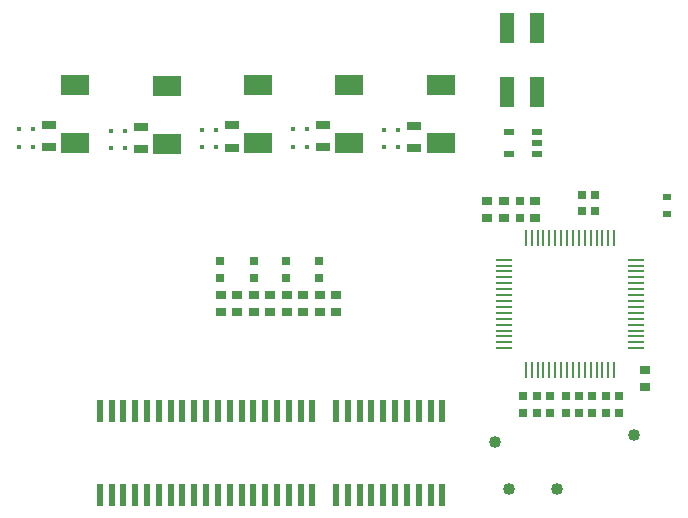
<source format=gtp>
%FSLAX25Y25*%
%MOIN*%
G70*
G01*
G75*
G04 Layer_Color=8421504*
%ADD10R,0.03150X0.03150*%
%ADD11O,0.00984X0.05906*%
%ADD12O,0.05906X0.00984*%
%ADD13R,0.03543X0.02559*%
%ADD14R,0.01575X0.01378*%
%ADD15R,0.09449X0.06693*%
%ADD16R,0.04528X0.02756*%
%ADD17R,0.03150X0.02362*%
%ADD18R,0.03543X0.02362*%
%ADD19R,0.05000X0.10000*%
%ADD20C,0.04000*%
%ADD21R,0.02400X0.07400*%
%ADD22C,0.03000*%
%ADD23C,0.00800*%
%ADD24C,0.02000*%
%ADD25C,0.01500*%
%ADD26C,0.02500*%
%ADD27C,0.01000*%
%ADD28C,0.00700*%
%ADD29C,0.01200*%
%ADD30R,0.05700X0.15400*%
%ADD31R,0.07500X0.37100*%
%ADD32R,0.06900X0.17500*%
%ADD33R,0.31800X0.05600*%
%ADD34R,0.45600X0.06300*%
%ADD35R,0.08100X0.04200*%
%ADD36R,0.09200X0.14200*%
%ADD37R,0.09400X0.04200*%
%ADD38R,0.23100X0.07700*%
%ADD39R,0.14800X0.05700*%
%ADD40R,0.03600X0.14100*%
%ADD41R,0.02200X0.05400*%
%ADD42R,0.02158X0.06200*%
%ADD43R,0.22800X0.13900*%
%ADD44C,0.05906*%
%ADD45C,0.05512*%
%ADD46C,0.14173*%
%ADD47C,0.02500*%
%ADD48R,0.09449X0.02992*%
%ADD49R,0.38300X0.04600*%
%ADD50R,0.25500X0.07100*%
%ADD51R,0.15800X0.14200*%
%ADD52R,0.21700X0.05400*%
%ADD53R,0.25000X0.07200*%
%ADD54R,0.23800X0.05800*%
%ADD55R,0.25700X0.08500*%
%ADD56R,0.24900X0.08000*%
%ADD57C,0.02362*%
%ADD58C,0.00984*%
%ADD59C,0.00600*%
%ADD60C,0.00787*%
D10*
X313800Y373244D02*
D03*
Y378756D02*
D03*
X346800Y373244D02*
D03*
Y378756D02*
D03*
X335756Y373244D02*
D03*
Y378756D02*
D03*
X324900Y373244D02*
D03*
Y378756D02*
D03*
X438763Y400990D02*
D03*
Y395478D02*
D03*
X434223Y400990D02*
D03*
Y395478D02*
D03*
X446842Y333690D02*
D03*
Y328178D02*
D03*
X433442Y333790D02*
D03*
Y328278D02*
D03*
X437642Y333790D02*
D03*
Y328278D02*
D03*
X442343Y328278D02*
D03*
Y333790D02*
D03*
X429143Y333790D02*
D03*
Y328278D02*
D03*
X414843Y333734D02*
D03*
Y328222D02*
D03*
X419343Y333734D02*
D03*
Y328222D02*
D03*
X423842Y333734D02*
D03*
Y328222D02*
D03*
X413600Y398856D02*
D03*
Y393344D02*
D03*
D11*
X415579Y386384D02*
D03*
X417547D02*
D03*
X419516D02*
D03*
X421484D02*
D03*
X423453D02*
D03*
X425421D02*
D03*
X427390D02*
D03*
X429358D02*
D03*
X431327D02*
D03*
X433295D02*
D03*
X435264D02*
D03*
X437232D02*
D03*
X439201D02*
D03*
X441169D02*
D03*
X443138D02*
D03*
X445106D02*
D03*
Y342684D02*
D03*
X443138D02*
D03*
X441169D02*
D03*
X439201D02*
D03*
X437232D02*
D03*
X435264D02*
D03*
X433295D02*
D03*
X431327D02*
D03*
X429358D02*
D03*
X427390D02*
D03*
X425421D02*
D03*
X423453D02*
D03*
X421484D02*
D03*
X419516D02*
D03*
X417547D02*
D03*
X415579D02*
D03*
D12*
X452193Y379298D02*
D03*
Y377329D02*
D03*
Y375361D02*
D03*
Y373392D02*
D03*
Y371424D02*
D03*
Y369455D02*
D03*
Y367487D02*
D03*
Y365518D02*
D03*
Y363550D02*
D03*
Y361581D02*
D03*
Y359613D02*
D03*
Y357644D02*
D03*
Y355676D02*
D03*
Y353707D02*
D03*
Y351739D02*
D03*
Y349770D02*
D03*
X408492D02*
D03*
Y351739D02*
D03*
Y353707D02*
D03*
Y355676D02*
D03*
Y357644D02*
D03*
Y359613D02*
D03*
Y361581D02*
D03*
Y363550D02*
D03*
Y365518D02*
D03*
Y367487D02*
D03*
Y369455D02*
D03*
Y371424D02*
D03*
Y373392D02*
D03*
Y375361D02*
D03*
Y377329D02*
D03*
Y379298D02*
D03*
D13*
X352434Y361824D02*
D03*
Y367533D02*
D03*
X346934Y361801D02*
D03*
Y367510D02*
D03*
X341434Y361824D02*
D03*
Y367533D02*
D03*
X335934Y361824D02*
D03*
Y367533D02*
D03*
X330434Y361746D02*
D03*
Y367454D02*
D03*
X324934Y361746D02*
D03*
Y367454D02*
D03*
X319434Y361824D02*
D03*
Y367533D02*
D03*
X313934Y361824D02*
D03*
Y367533D02*
D03*
X455300Y342454D02*
D03*
Y336746D02*
D03*
X418600Y398954D02*
D03*
Y393246D02*
D03*
X402600D02*
D03*
Y398954D02*
D03*
X408300Y393246D02*
D03*
Y398954D02*
D03*
D14*
X281900Y422154D02*
D03*
Y416446D02*
D03*
X277300D02*
D03*
Y422154D02*
D03*
X373000Y422500D02*
D03*
Y416791D02*
D03*
X368400D02*
D03*
Y422500D02*
D03*
X342600Y422700D02*
D03*
Y416991D02*
D03*
X338000D02*
D03*
Y422700D02*
D03*
X312200Y422614D02*
D03*
Y416905D02*
D03*
X307600D02*
D03*
Y422614D02*
D03*
X251200Y422700D02*
D03*
Y416991D02*
D03*
X246600D02*
D03*
Y422700D02*
D03*
D15*
X296100Y437100D02*
D03*
Y417809D02*
D03*
X387200Y437446D02*
D03*
Y418154D02*
D03*
X356800Y437646D02*
D03*
Y418354D02*
D03*
X326400Y437560D02*
D03*
Y418268D02*
D03*
X265400Y437646D02*
D03*
Y418354D02*
D03*
D16*
X287300Y416160D02*
D03*
Y423640D02*
D03*
X378400Y416505D02*
D03*
Y423986D02*
D03*
X348000Y416706D02*
D03*
Y424186D02*
D03*
X317600Y416620D02*
D03*
Y424100D02*
D03*
X256600Y416706D02*
D03*
Y424186D02*
D03*
D17*
X462700Y394644D02*
D03*
Y400156D02*
D03*
D18*
X419324Y414360D02*
D03*
Y418100D02*
D03*
Y421840D02*
D03*
X409876D02*
D03*
Y414360D02*
D03*
D19*
X409300Y456648D02*
D03*
Y435152D02*
D03*
X419300D02*
D03*
Y456648D02*
D03*
D20*
X405400Y318600D02*
D03*
X451800Y320900D02*
D03*
X409900Y302700D02*
D03*
X425900Y302900D02*
D03*
D21*
X387787Y328800D02*
D03*
Y301000D02*
D03*
X383850Y328800D02*
D03*
Y301000D02*
D03*
X379913Y328800D02*
D03*
Y301000D02*
D03*
X375976Y328800D02*
D03*
Y301000D02*
D03*
X372039Y328800D02*
D03*
Y301000D02*
D03*
X368102Y328800D02*
D03*
Y301000D02*
D03*
X364165Y328800D02*
D03*
Y301000D02*
D03*
X360228Y328800D02*
D03*
Y301000D02*
D03*
X356291Y328800D02*
D03*
Y301000D02*
D03*
X352354Y328800D02*
D03*
Y301000D02*
D03*
X344480Y328800D02*
D03*
Y301000D02*
D03*
X340543Y328800D02*
D03*
Y301000D02*
D03*
X336606Y328800D02*
D03*
Y301000D02*
D03*
X332669Y328800D02*
D03*
Y301000D02*
D03*
X328732Y328800D02*
D03*
Y301000D02*
D03*
X324795Y328800D02*
D03*
Y301000D02*
D03*
X320858Y328800D02*
D03*
Y301000D02*
D03*
X316921Y328800D02*
D03*
Y301000D02*
D03*
X312984Y328800D02*
D03*
Y301000D02*
D03*
X309047Y328800D02*
D03*
Y301000D02*
D03*
X305110Y328800D02*
D03*
Y301000D02*
D03*
X301173Y328800D02*
D03*
Y301000D02*
D03*
X297236Y328800D02*
D03*
Y301000D02*
D03*
X293299Y328800D02*
D03*
Y301000D02*
D03*
X289362Y328800D02*
D03*
Y301000D02*
D03*
X285425Y328800D02*
D03*
Y301000D02*
D03*
X281488Y328800D02*
D03*
Y301000D02*
D03*
X273614Y328800D02*
D03*
Y301000D02*
D03*
X277551D02*
D03*
Y328800D02*
D03*
M02*

</source>
